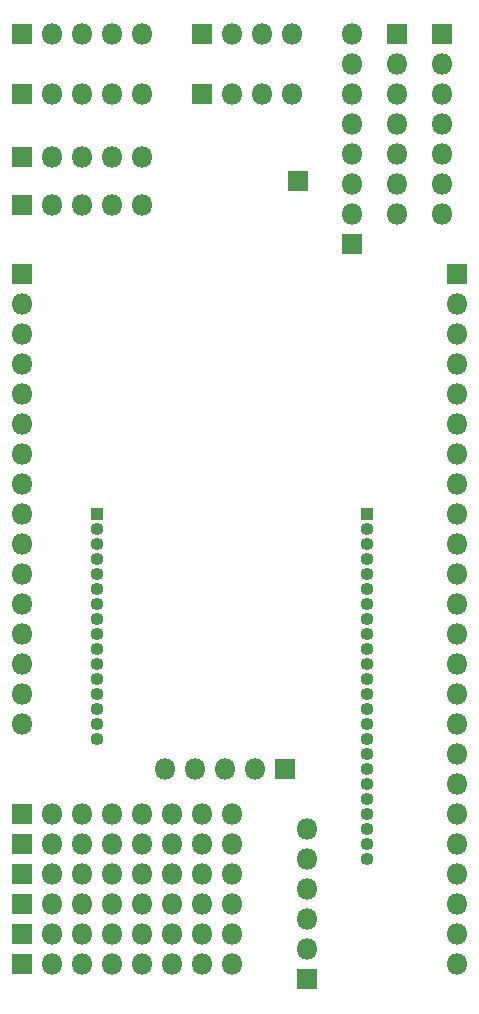
<source format=gbr>
%TF.GenerationSoftware,KiCad,Pcbnew,(5.1.6)-1*%
%TF.CreationDate,2020-08-14T19:02:09+02:00*%
%TF.ProjectId,ESP32-S2-WROOM,45535033-322d-4533-922d-57524f4f4d2e,1.2*%
%TF.SameCoordinates,Original*%
%TF.FileFunction,Soldermask,Top*%
%TF.FilePolarity,Negative*%
%FSLAX46Y46*%
G04 Gerber Fmt 4.6, Leading zero omitted, Abs format (unit mm)*
G04 Created by KiCad (PCBNEW (5.1.6)-1) date 2020-08-14 19:02:09*
%MOMM*%
%LPD*%
G01*
G04 APERTURE LIST*
%ADD10O,1.100000X1.100000*%
%ADD11R,1.100000X1.100000*%
%ADD12R,1.800000X1.800000*%
%ADD13O,1.800000X1.800000*%
G04 APERTURE END LIST*
D10*
%TO.C,J2*%
X85090000Y-101600000D03*
X85090000Y-100330000D03*
X85090000Y-99060000D03*
X85090000Y-97790000D03*
X85090000Y-96520000D03*
X85090000Y-95250000D03*
X85090000Y-93980000D03*
X85090000Y-92710000D03*
X85090000Y-91440000D03*
X85090000Y-90170000D03*
X85090000Y-88900000D03*
X85090000Y-87630000D03*
X85090000Y-86360000D03*
X85090000Y-85090000D03*
X85090000Y-83820000D03*
D11*
X85090000Y-82550000D03*
%TD*%
D10*
%TO.C,J3*%
X107950000Y-111760000D03*
X107950000Y-110490000D03*
X107950000Y-109220000D03*
X107950000Y-107950000D03*
X107950000Y-106680000D03*
X107950000Y-105410000D03*
X107950000Y-104140000D03*
X107950000Y-102870000D03*
X107950000Y-101600000D03*
X107950000Y-100330000D03*
X107950000Y-99060000D03*
X107950000Y-97790000D03*
X107950000Y-96520000D03*
X107950000Y-95250000D03*
X107950000Y-93980000D03*
X107950000Y-92710000D03*
X107950000Y-91440000D03*
X107950000Y-90170000D03*
X107950000Y-88900000D03*
X107950000Y-87630000D03*
X107950000Y-86360000D03*
X107950000Y-85090000D03*
X107950000Y-83820000D03*
D11*
X107950000Y-82550000D03*
%TD*%
D12*
%TO.C,J4*%
X115570000Y-62230000D03*
D13*
X115570000Y-64770000D03*
X115570000Y-67310000D03*
X115570000Y-69850000D03*
X115570000Y-72390000D03*
X115570000Y-74930000D03*
X115570000Y-77470000D03*
X115570000Y-80010000D03*
X115570000Y-82550000D03*
X115570000Y-85090000D03*
X115570000Y-87630000D03*
X115570000Y-90170000D03*
X115570000Y-92710000D03*
X115570000Y-95250000D03*
X115570000Y-97790000D03*
X115570000Y-100330000D03*
X115570000Y-102870000D03*
X115570000Y-105410000D03*
X115570000Y-107950000D03*
X115570000Y-110490000D03*
X115570000Y-113030000D03*
X115570000Y-115570000D03*
X115570000Y-118110000D03*
X115570000Y-120650000D03*
%TD*%
D12*
%TO.C,J1*%
X78740000Y-62230000D03*
D13*
X78740000Y-64770000D03*
X78740000Y-67310000D03*
X78740000Y-69850000D03*
X78740000Y-72390000D03*
X78740000Y-74930000D03*
X78740000Y-77470000D03*
X78740000Y-80010000D03*
X78740000Y-82550000D03*
X78740000Y-85090000D03*
X78740000Y-87630000D03*
X78740000Y-90170000D03*
X78740000Y-92710000D03*
X78740000Y-95250000D03*
X78740000Y-97790000D03*
X78740000Y-100330000D03*
%TD*%
D12*
%TO.C,J5*%
X78740000Y-41910000D03*
D13*
X81280000Y-41910000D03*
X83820000Y-41910000D03*
X86360000Y-41910000D03*
X88900000Y-41910000D03*
%TD*%
D12*
%TO.C,J6*%
X93980000Y-41910000D03*
D13*
X96520000Y-41910000D03*
X99060000Y-41910000D03*
X101600000Y-41910000D03*
%TD*%
%TO.C,J7*%
X101600000Y-46990000D03*
X99060000Y-46990000D03*
X96520000Y-46990000D03*
D12*
X93980000Y-46990000D03*
%TD*%
%TO.C,J8*%
X106680000Y-59690000D03*
D13*
X106680000Y-57150000D03*
X106680000Y-54610000D03*
X106680000Y-52070000D03*
X106680000Y-49530000D03*
X106680000Y-46990000D03*
X106680000Y-44450000D03*
X106680000Y-41910000D03*
%TD*%
D12*
%TO.C,J9*%
X110490000Y-41910000D03*
D13*
X110490000Y-44450000D03*
X110490000Y-46990000D03*
X110490000Y-49530000D03*
X110490000Y-52070000D03*
X110490000Y-54610000D03*
X110490000Y-57150000D03*
%TD*%
%TO.C,J10*%
X114300000Y-57150000D03*
X114300000Y-54610000D03*
X114300000Y-52070000D03*
X114300000Y-49530000D03*
X114300000Y-46990000D03*
X114300000Y-44450000D03*
D12*
X114300000Y-41910000D03*
%TD*%
%TO.C,J11*%
X102108000Y-54356000D03*
%TD*%
%TO.C,J12*%
X78740000Y-46990000D03*
D13*
X81280000Y-46990000D03*
X83820000Y-46990000D03*
X86360000Y-46990000D03*
X88900000Y-46990000D03*
%TD*%
D12*
%TO.C,J13*%
X78740000Y-52324000D03*
D13*
X81280000Y-52324000D03*
X83820000Y-52324000D03*
X86360000Y-52324000D03*
X88900000Y-52324000D03*
%TD*%
%TO.C,J14*%
X88900000Y-56388000D03*
X86360000Y-56388000D03*
X83820000Y-56388000D03*
X81280000Y-56388000D03*
D12*
X78740000Y-56388000D03*
%TD*%
%TO.C,J15*%
X78740000Y-120650000D03*
D13*
X81280000Y-120650000D03*
X83820000Y-120650000D03*
X86360000Y-120650000D03*
X88900000Y-120650000D03*
X91440000Y-120650000D03*
X93980000Y-120650000D03*
X96520000Y-120650000D03*
%TD*%
%TO.C,J16*%
X96520000Y-118110000D03*
X93980000Y-118110000D03*
X91440000Y-118110000D03*
X88900000Y-118110000D03*
X86360000Y-118110000D03*
X83820000Y-118110000D03*
X81280000Y-118110000D03*
D12*
X78740000Y-118110000D03*
%TD*%
%TO.C,J17*%
X78740000Y-115570000D03*
D13*
X81280000Y-115570000D03*
X83820000Y-115570000D03*
X86360000Y-115570000D03*
X88900000Y-115570000D03*
X91440000Y-115570000D03*
X93980000Y-115570000D03*
X96520000Y-115570000D03*
%TD*%
%TO.C,J18*%
X96520000Y-113030000D03*
X93980000Y-113030000D03*
X91440000Y-113030000D03*
X88900000Y-113030000D03*
X86360000Y-113030000D03*
X83820000Y-113030000D03*
X81280000Y-113030000D03*
D12*
X78740000Y-113030000D03*
%TD*%
%TO.C,J19*%
X78740000Y-110490000D03*
D13*
X81280000Y-110490000D03*
X83820000Y-110490000D03*
X86360000Y-110490000D03*
X88900000Y-110490000D03*
X91440000Y-110490000D03*
X93980000Y-110490000D03*
X96520000Y-110490000D03*
%TD*%
D12*
%TO.C,J20*%
X78740000Y-107950000D03*
D13*
X81280000Y-107950000D03*
X83820000Y-107950000D03*
X86360000Y-107950000D03*
X88900000Y-107950000D03*
X91440000Y-107950000D03*
X93980000Y-107950000D03*
X96520000Y-107950000D03*
%TD*%
D12*
%TO.C,J21*%
X100965000Y-104140000D03*
D13*
X98425000Y-104140000D03*
X95885000Y-104140000D03*
X93345000Y-104140000D03*
X90805000Y-104140000D03*
%TD*%
D12*
%TO.C,J23*%
X102870000Y-121920000D03*
D13*
X102870000Y-119380000D03*
X102870000Y-116840000D03*
X102870000Y-114300000D03*
X102870000Y-111760000D03*
X102870000Y-109220000D03*
%TD*%
M02*

</source>
